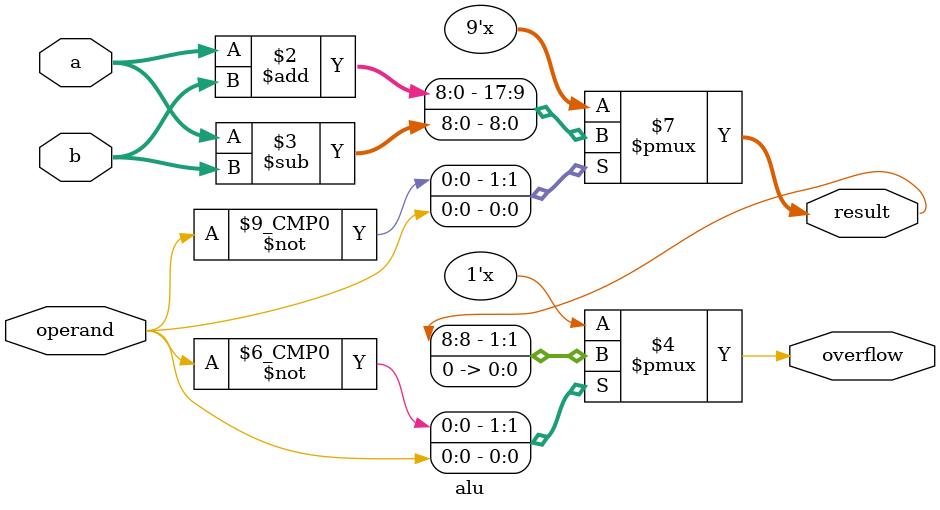
<source format=sv>
module alu(
    input   logic        [7:0]   a, b,
    input   logic                operand,
    output  logic signed [8:0]   result,
    output  logic                overflow
);
    localparam ADD = 1'b0;
    localparam SUB = 1'b1;

    always_comb begin
        // calculation result
        case (operand)
            ADD: result = a + b; // addition
            SUB: result = a - b; // subtraction
        endcase

        // calculate overflow bit
        case (operand)
            ADD: overflow = result[8];
            // SUB: overflow = (a < b);
            SUB: overflow = 0;
        endcase
    end
endmodule
</source>
